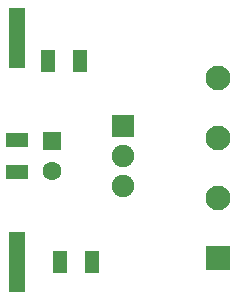
<source format=gbs>
G04*
G04 #@! TF.GenerationSoftware,Altium Limited,Altium Designer,19.1.6 (110)*
G04*
G04 Layer_Color=16711935*
%FSLAX42Y42*%
%MOMM*%
G71*
G01*
G75*
%ADD13C,1.90*%
%ADD14R,1.90X1.90*%
%ADD15R,2.10X2.10*%
%ADD16C,2.10*%
%ADD17R,1.60X1.60*%
%ADD18C,1.60*%
%ADD30R,1.40X5.20*%
%ADD31R,1.15X1.90*%
%ADD32R,1.90X1.15*%
D13*
X1100Y1146D02*
D03*
Y1400D02*
D03*
D14*
Y1654D02*
D03*
D15*
X1900Y538D02*
D03*
D16*
Y1046D02*
D03*
Y1554D02*
D03*
Y2062D02*
D03*
D17*
X500Y1527D02*
D03*
D18*
Y1273D02*
D03*
D30*
X200Y2400D02*
D03*
Y500D02*
D03*
D31*
X735Y2200D02*
D03*
X465D02*
D03*
X565Y500D02*
D03*
X835D02*
D03*
D32*
X200Y1535D02*
D03*
Y1265D02*
D03*
M02*

</source>
